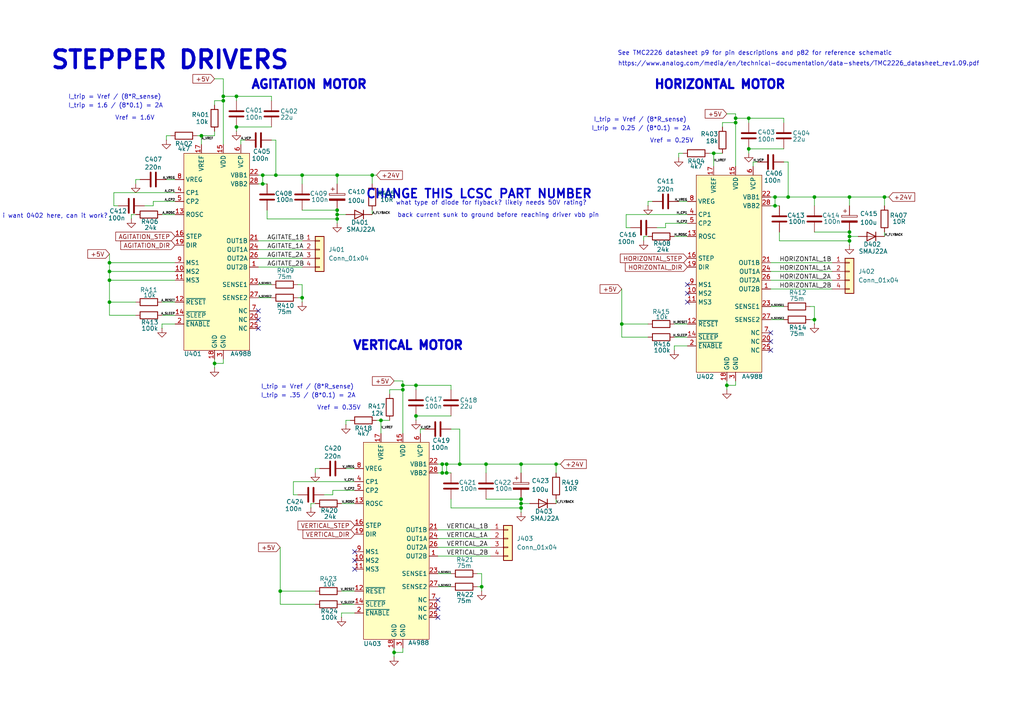
<source format=kicad_sch>
(kicad_sch (version 20250114) (generator "eeschema") (generator_version "9.0")
  (paper "A4")
  (lib_symbols
    (symbol "Connector_Generic:Conn_01x04" (pin_names (offset 1.016) (hide yes))
      (property "Reference" "J" (at 0 5.08 0))
      (property "Value" "Conn_01x04" (at 0 -7.62 0))
      (symbol "Conn_01x04_1_1"
        (pin passive line (at -5.08 2.54 0) (length 3.81) (name "Pin_1") (number "1"))
        (pin passive line (at -5.08 0 0) (length 3.81) (name "Pin_2") (number "2"))
        (pin passive line (at -5.08 -2.54 0) (length 3.81) (name "Pin_3") (number "3"))
        (pin passive line (at -5.08 -5.08 0) (length 3.81) (name "Pin_4") (number "4"))
      )
    )
    (symbol "Device:C" (pin_numbers (hide yes)) (pin_names (offset 0.254))
      (property "Reference" "C" (at 0.635 2.54 0))
      (property "Value" "C" (at 0.635 -2.54 0))
      (symbol "C_1_1"
        (pin passive line (at 0 3.81 270) (length 2.794) (name "~") (number "1"))
        (pin passive line (at 0 -3.81 90) (length 2.794) (name "~") (number "2"))
      )
    )
    (symbol "Device:C_Polarized" (pin_numbers (hide yes)) (pin_names (offset 0.254))
      (property "Reference" "C" (at 0.635 2.54 0))
      (property "Value" "C_Polarized" (at 0.635 -2.54 0))
      (symbol "C_Polarized_1_1"
        (pin passive line (at 0 3.81 270) (length 2.794) (name "~") (number "1"))
        (pin passive line (at 0 -3.81 90) (length 2.794) (name "~") (number "2"))
      )
    )
    (symbol "Device:D" (pin_numbers (hide yes)) (pin_names (offset 1.016) (hide yes))
      (property "Reference" "D" (at 0 2.54 0))
      (property "Value" "D" (at 0 -2.54 0))
      (symbol "D_1_1"
        (pin passive line (at -3.81 0 0) (length 2.54) (name "K") (number "1"))
        (pin passive line (at 3.81 0 180) (length 2.54) (name "A") (number "2"))
      )
    )
    (symbol "Device:R" (pin_numbers (hide yes)) (pin_names (offset 0))
      (property "Reference" "R" (at 2.032 0 90))
      (property "Value" "R" (at 0 0 90))
      (symbol "R_1_1"
        (pin passive line (at 0 3.81 270) (length 1.27) (name "~") (number "1"))
        (pin passive line (at 0 -3.81 90) (length 1.27) (name "~") (number "2"))
      )
    )
    (symbol "a4988_symbol:A4988"
      (property "Reference" "U" (at -7.874 20.066 0))
      (property "Value" "A4988" (at 7.366 -39.37 0))
      (symbol "A4988_1_1"
        (pin passive line (at -11.43 11.43 0) (length 2.54) (name "VREG") (number "8"))
        (pin input line (at -11.43 7.62 0) (length 2.54) (name "CP1") (number "4"))
        (pin input line (at -11.43 5.08 0) (length 2.54) (name "CP2") (number "5"))
        (pin input line (at -11.43 1.27 0) (length 2.54) (name "ROSC") (number "13"))
        (pin input line (at -11.43 -5.08 0) (length 2.54) (name "STEP") (number "16"))
        (pin input line (at -11.43 -7.62 0) (length 2.54) (name "DIR") (number "19"))
        (pin input line (at -11.43 -12.7 0) (length 2.54) (name "MS1") (number "9"))
        (pin input line (at -11.43 -15.24 0) (length 2.54) (name "MS2") (number "10"))
        (pin input line (at -11.43 -17.78 0) (length 2.54) (name "MS3") (number "11"))
        (pin input line (at -11.43 -24.13 0) (length 2.54) (name "~{RESET}") (number "12"))
        (pin input line (at -11.43 -27.94 0) (length 2.54) (name "~{SLEEP}") (number "14"))
        (pin input line (at -11.43 -30.48 0) (length 2.54) (name "~{ENABLE}") (number "2"))
        (pin passive line (at -3.81 21.59 270) (length 2.54) (name "VREF") (number "17"))
        (pin passive line (at 0 -40.64 90) (length 2.54) (name "GND") (number "18"))
        (pin passive line (at 0 -40.64 90) (length 2.54) (hide yes) (name "GND") (number "29"))
        (pin passive line (at 2.54 21.59 270) (length 2.54) (name "VDD") (number "15"))
        (pin passive line (at 2.54 -40.64 90) (length 2.54) (name "GND") (number "3"))
        (pin input line (at 7.62 21.59 270) (length 2.54) (name "VCP") (number "6"))
        (pin input line (at 12.7 12.7 180) (length 2.54) (name "VBB1") (number "22"))
        (pin input line (at 12.7 10.16 180) (length 2.54) (name "VBB2") (number "28"))
        (pin output line (at 12.7 -6.35 180) (length 2.54) (name "OUT1B") (number "21"))
        (pin output line (at 12.7 -8.89 180) (length 2.54) (name "OUT1A") (number "24"))
        (pin output line (at 12.7 -11.43 180) (length 2.54) (name "OUT2A") (number "26"))
        (pin output line (at 12.7 -13.97 180) (length 2.54) (name "OUT2B") (number "1"))
        (pin passive line (at 12.7 -19.05 180) (length 2.54) (name "SENSE1") (number "23"))
        (pin passive line (at 12.7 -22.86 180) (length 2.54) (name "SENSE2") (number "27"))
        (pin passive line (at 12.7 -26.67 180) (length 2.54) (name "NC") (number "7"))
        (pin passive line (at 12.7 -29.21 180) (length 2.54) (name "NC") (number "20"))
        (pin passive line (at 12.7 -31.75 180) (length 2.54) (name "NC") (number "25"))
      )
    )
    (symbol "power:GND" (power) (pin_numbers (hide yes)) (pin_names (offset 0) (hide yes))
      (property "Value" "GND" (at 0 -3.81 0))
      (symbol "GND_1_1"
        (pin power_in line (at 0 0 270) (length 0) (name "~") (number "1"))
      )
    )
  )
  (text "I_trip = 0.25 / (8*0.1) = 2A" (at 185.928 37.338 0) (effects (font (size 1.27 1.27))))
  (text "I_trip = Vref / (8*R_sense)" (at 89.154 112.268 0) (effects (font (size 1.27 1.27))))
  (text "i want 0402 here, can it work?" (at 16.002 62.738 0) (effects (font (size 1.27 1.27))))
  (text "I_trip = Vref / (8*R_sense)" (at 33.274 28.194 0) (effects (font (size 1.27 1.27))))
  (text "Vref = 1.6V" (at 39.116 34.29 0) (effects (font (size 1.27 1.27))))
  (text "I_trip = Vref / (8*R_sense)" (at 185.674 34.798 0) (effects (font (size 1.27 1.27))))
  (text "VERTICAL MOTOR" (at 118.364 100.33 0) (effects (font (size 2.54 2.54) (thickness 1.016) (bold yes))))
  (text "back current sunk to ground before reaching driver vbb pin" (at 144.526 62.484 0) (effects (font (size 1.27 1.27))))
  (text "Vref = 0.35V" (at 98.298 118.364 0) (effects (font (size 1.27 1.27))))
  (text "I_trip = .35 / (8*0.1) = 2A" (at 89.408 114.808 0) (effects (font (size 1.27 1.27))))
  (text "AGITATION MOTOR" (at 89.662 24.638 0) (effects (font (size 2.54 2.54) (thickness 1.016) (bold yes))))
  (text "STEPPER DRIVERS" (at 49.276 17.526 0) (effects (font (size 5.08 5.08) (thickness 1.016) (bold yes))))
  (text "See TMC2226 datasheet p9 for pin descriptions and p82 for reference schematic\n" (at 218.948 15.494 0) (effects (font (size 1.27 1.27))))
  (text "Vref = 0.25V" (at 194.818 40.894 0) (effects (font (size 1.27 1.27))))
  (text "HORIZONTAL MOTOR" (at 208.788 24.638 0) (effects (font (size 2.54 2.54) (thickness 1.016) (bold yes))))
  (text "https://www.analog.com/media/en/technical-documentation/data-sheets/TMC2226_datasheet_rev1.09.pdf" (at 231.648 18.542 0) (effects (font (size 1.27 1.27))))
  (text "I_trip = 1.6 / (8*0.1) = 2A" (at 33.528 30.734 0) (effects (font (size 1.27 1.27))))
  (text "what type of diode for flyback? likely needs 50V rating?" (at 142.494 58.928 0) (effects (font (size 1.27 1.27))))
  (text "CHANGE THIS LCSC PART NUMBER" (at 138.938 56.388 0) (effects (font (size 2.54 2.54) (thickness 0.508) (bold yes))))
  (junction (at 228.6 57.15))
  (junction (at 129.54 134.62))
  (junction (at 180.34 93.98))
  (junction (at 217.17 43.18))
  (junction (at 133.35 134.62))
  (junction (at 62.23 105.41))
  (junction (at 76.2 53.34))
  (junction (at 236.22 57.15))
  (junction (at 110.49 121.92))
  (junction (at 128.27 137.16))
  (junction (at 97.79 50.8))
  (junction (at 68.58 27.94))
  (junction (at 246.38 67.31))
  (junction (at 120.65 120.65))
  (junction (at 217.17 34.29))
  (junction (at 107.95 50.8))
  (junction (at 31.75 81.28))
  (junction (at 64.77 27.94))
  (junction (at 31.75 78.74))
  (junction (at 246.38 57.15))
  (junction (at 58.42 39.37))
  (junction (at 129.54 137.16))
  (junction (at 256.54 57.15))
  (junction (at 68.58 36.83))
  (junction (at 224.79 57.15))
  (junction (at 213.36 34.29))
  (junction (at 97.79 60.96))
  (junction (at 151.13 144.78))
  (junction (at 116.84 113.03))
  (junction (at 140.97 134.62))
  (junction (at 224.79 59.69))
  (junction (at 87.63 86.36))
  (junction (at 139.7 170.18))
  (junction (at 31.75 76.2))
  (junction (at 87.63 50.8))
  (junction (at 76.2 50.8))
  (junction (at 210.82 111.76))
  (junction (at 151.13 134.62))
  (junction (at 80.01 50.8))
  (junction (at 151.13 147.32))
  (junction (at 97.79 62.23))
  (junction (at 97.79 63.5))
  (junction (at 236.22 92.71))
  (junction (at 207.01 44.45))
  (junction (at 120.65 111.76))
  (junction (at 246.38 68.58))
  (junction (at 31.75 87.63))
  (junction (at 246.38 69.85))
  (junction (at 151.13 146.05))
  (junction (at 213.36 35.56))
  (junction (at 128.27 134.62))
  (junction (at 114.3 189.23))
  (junction (at 64.77 29.21))
  (junction (at 116.84 111.76))
  (junction (at 161.29 134.62))
  (junction (at 81.28 171.45))
  (no_connect (at 223.52 96.52))
  (no_connect (at 102.87 162.56))
  (no_connect (at 199.39 87.63))
  (no_connect (at 74.93 90.17))
  (no_connect (at 74.93 92.71))
  (no_connect (at 199.39 82.55))
  (no_connect (at 199.39 85.09))
  (no_connect (at 102.87 160.02))
  (no_connect (at 74.93 95.25))
  (no_connect (at 127 179.07))
  (no_connect (at 102.87 165.1))
  (no_connect (at 127 176.53))
  (no_connect (at 223.52 101.6))
  (no_connect (at 127 173.99))
  (no_connect (at 223.52 99.06))
  (wire (pts (xy 101.6 121.92) (xy 100.33 121.92)))
  (wire (pts (xy 121.92 124.46) (xy 123.19 124.46)))
  (wire (pts (xy 223.52 88.9) (xy 227.33 88.9)))
  (wire (pts (xy 69.85 41.91) (xy 69.85 40.64)))
  (wire (pts (xy 151.13 147.32) (xy 151.13 148.59)))
  (wire (pts (xy 226.06 69.85) (xy 246.38 69.85)))
  (wire (pts (xy 50.8 78.74) (xy 31.75 78.74)))
  (wire (pts (xy 217.17 34.29) (xy 217.17 35.56)))
  (wire (pts (xy 224.79 57.15) (xy 228.6 57.15)))
  (wire (pts (xy 96.52 142.24) (xy 96.52 143.51)))
  (wire (pts (xy 187.96 58.42) (xy 189.23 58.42)))
  (wire (pts (xy 85.09 139.7) (xy 85.09 143.51)))
  (wire (pts (xy 85.09 139.7) (xy 102.87 139.7)))
  (wire (pts (xy 224.79 59.69) (xy 226.06 59.69)))
  (wire (pts (xy 107.95 50.8) (xy 107.95 53.34)))
  (wire (pts (xy 114.3 110.49) (xy 116.84 110.49)))
  (wire (pts (xy 195.58 100.33) (xy 195.58 101.6)))
  (wire (pts (xy 209.55 35.56) (xy 213.36 35.56)))
  (wire (pts (xy 99.06 177.8) (xy 99.06 179.07)))
  (wire (pts (xy 78.74 40.64) (xy 80.01 40.64)))
  (wire (pts (xy 236.22 57.15) (xy 236.22 59.69)))
  (wire (pts (xy 100.33 121.92) (xy 100.33 123.19)))
  (wire (pts (xy 38.1 62.23) (xy 38.1 63.5)))
  (wire (pts (xy 96.52 142.24) (xy 102.87 142.24)))
  (wire (pts (xy 116.84 189.23) (xy 114.3 189.23)))
  (wire (pts (xy 256.54 57.15) (xy 257.81 57.15)))
  (wire (pts (xy 256.54 67.31) (xy 256.54 68.58)))
  (wire (pts (xy 68.58 36.83) (xy 68.58 38.1)))
  (wire (pts (xy 210.82 110.49) (xy 210.82 111.76)))
  (wire (pts (xy 74.93 77.47) (xy 87.63 77.47)))
  (wire (pts (xy 217.17 43.18) (xy 227.33 43.18)))
  (wire (pts (xy 107.95 50.8) (xy 109.22 50.8)))
  (wire (pts (xy 223.52 92.71) (xy 227.33 92.71)))
  (wire (pts (xy 91.44 135.89) (xy 92.71 135.89)))
  (wire (pts (xy 31.75 81.28) (xy 31.75 78.74)))
  (wire (pts (xy 133.35 124.46) (xy 133.35 134.62)))
  (wire (pts (xy 129.54 134.62) (xy 129.54 137.16)))
  (wire (pts (xy 130.81 144.78) (xy 130.81 147.32)))
  (wire (pts (xy 87.63 86.36) (xy 87.63 87.63)))
  (wire (pts (xy 93.98 143.51) (xy 96.52 143.51)))
  (wire (pts (xy 195.58 93.98) (xy 199.39 93.98)))
  (wire (pts (xy 236.22 57.15) (xy 246.38 57.15)))
  (wire (pts (xy 81.28 158.75) (xy 81.28 171.45)))
  (wire (pts (xy 116.84 113.03) (xy 116.84 111.76)))
  (wire (pts (xy 99.06 171.45) (xy 102.87 171.45)))
  (wire (pts (xy 213.36 48.26) (xy 213.36 35.56)))
  (wire (pts (xy 151.13 134.62) (xy 151.13 137.16)))
  (wire (pts (xy 180.34 97.79) (xy 180.34 93.98)))
  (wire (pts (xy 64.77 105.41) (xy 62.23 105.41)))
  (wire (pts (xy 161.29 144.78) (xy 161.29 146.05)))
  (wire (pts (xy 140.97 144.78) (xy 151.13 144.78)))
  (wire (pts (xy 256.54 57.15) (xy 246.38 57.15)))
  (wire (pts (xy 91.44 146.05) (xy 90.17 146.05)))
  (wire (pts (xy 223.52 76.2) (xy 241.3 76.2)))
  (wire (pts (xy 114.3 187.96) (xy 114.3 189.23)))
  (wire (pts (xy 207.01 44.45) (xy 207.01 48.26)))
  (wire (pts (xy 223.52 78.74) (xy 241.3 78.74)))
  (wire (pts (xy 236.22 92.71) (xy 236.22 93.98)))
  (wire (pts (xy 213.36 33.02) (xy 213.36 34.29)))
  (wire (pts (xy 62.23 29.21) (xy 64.77 29.21)))
  (wire (pts (xy 246.38 69.85) (xy 246.38 71.12)))
  (wire (pts (xy 46.99 93.98) (xy 46.99 95.25)))
  (wire (pts (xy 246.38 67.31) (xy 246.38 68.58)))
  (wire (pts (xy 62.23 38.1) (xy 62.23 39.37)))
  (wire (pts (xy 81.28 175.26) (xy 81.28 171.45)))
  (wire (pts (xy 100.33 135.89) (xy 102.87 135.89)))
  (wire (pts (xy 113.03 113.03) (xy 113.03 114.3)))
  (wire (pts (xy 46.99 62.23) (xy 50.8 62.23)))
  (wire (pts (xy 80.01 40.64) (xy 80.01 50.8)))
  (wire (pts (xy 210.82 111.76) (xy 210.82 113.03)))
  (wire (pts (xy 91.44 137.16) (xy 91.44 135.89)))
  (wire (pts (xy 68.58 27.94) (xy 68.58 29.21)))
  (wire (pts (xy 139.7 166.37) (xy 139.7 170.18)))
  (wire (pts (xy 256.54 57.15) (xy 256.54 59.69)))
  (wire (pts (xy 50.8 81.28) (xy 31.75 81.28)))
  (wire (pts (xy 114.3 189.23) (xy 114.3 190.5)))
  (wire (pts (xy 44.45 58.42) (xy 50.8 58.42)))
  (wire (pts (xy 205.74 44.45) (xy 207.01 44.45)))
  (wire (pts (xy 64.77 22.86) (xy 64.77 27.94)))
  (wire (pts (xy 62.23 104.14) (xy 62.23 105.41)))
  (wire (pts (xy 113.03 121.92) (xy 110.49 121.92)))
  (wire (pts (xy 50.8 76.2) (xy 31.75 76.2)))
  (wire (pts (xy 193.04 64.77) (xy 193.04 66.04)))
  (wire (pts (xy 121.92 125.73) (xy 121.92 124.46)))
  (wire (pts (xy 85.09 143.51) (xy 86.36 143.51)))
  (wire (pts (xy 116.84 111.76) (xy 120.65 111.76)))
  (wire (pts (xy 64.77 27.94) (xy 64.77 29.21)))
  (wire (pts (xy 228.6 46.99) (xy 228.6 57.15)))
  (wire (pts (xy 234.95 92.71) (xy 236.22 92.71)))
  (wire (pts (xy 223.52 59.69) (xy 224.79 59.69)))
  (wire (pts (xy 234.95 88.9) (xy 236.22 88.9)))
  (wire (pts (xy 86.36 86.36) (xy 87.63 86.36)))
  (wire (pts (xy 39.37 52.07) (xy 40.64 52.07)))
  (wire (pts (xy 120.65 111.76) (xy 120.65 113.03)))
  (wire (pts (xy 97.79 62.23) (xy 97.79 63.5)))
  (wire (pts (xy 109.22 121.92) (xy 110.49 121.92)))
  (wire (pts (xy 224.79 57.15) (xy 224.79 59.69)))
  (wire (pts (xy 127 156.21) (xy 142.24 156.21)))
  (wire (pts (xy 31.75 78.74) (xy 31.75 76.2)))
  (wire (pts (xy 33.02 55.88) (xy 50.8 55.88)))
  (wire (pts (xy 128.27 134.62) (xy 127 134.62)))
  (wire (pts (xy 128.27 137.16) (xy 129.54 137.16)))
  (wire (pts (xy 39.37 62.23) (xy 38.1 62.23)))
  (wire (pts (xy 64.77 29.21) (xy 64.77 41.91)))
  (wire (pts (xy 76.2 53.34) (xy 77.47 53.34)))
  (wire (pts (xy 186.69 68.58) (xy 186.69 69.85)))
  (wire (pts (xy 62.23 105.41) (xy 62.23 106.68)))
  (wire (pts (xy 46.99 91.44) (xy 50.8 91.44)))
  (wire (pts (xy 64.77 27.94) (xy 68.58 27.94)))
  (wire (pts (xy 107.95 50.8) (xy 97.79 50.8)))
  (wire (pts (xy 80.01 50.8) (xy 87.63 50.8)))
  (wire (pts (xy 180.34 83.82) (xy 180.34 93.98)))
  (wire (pts (xy 74.93 72.39) (xy 87.63 72.39)))
  (wire (pts (xy 138.43 170.18) (xy 139.7 170.18)))
  (wire (pts (xy 81.28 171.45) (xy 91.44 171.45)))
  (wire (pts (xy 209.55 44.45) (xy 207.01 44.45)))
  (wire (pts (xy 46.99 93.98) (xy 50.8 93.98)))
  (wire (pts (xy 196.85 44.45) (xy 196.85 45.72)))
  (wire (pts (xy 39.37 53.34) (xy 39.37 52.07)))
  (wire (pts (xy 69.85 40.64) (xy 71.12 40.64)))
  (wire (pts (xy 226.06 67.31) (xy 226.06 69.85)))
  (wire (pts (xy 224.79 57.15) (xy 223.52 57.15)))
  (wire (pts (xy 130.81 111.76) (xy 130.81 113.03)))
  (wire (pts (xy 130.81 147.32) (xy 151.13 147.32)))
  (wire (pts (xy 127 158.75) (xy 142.24 158.75)))
  (wire (pts (xy 31.75 87.63) (xy 31.75 81.28)))
  (wire (pts (xy 127 161.29) (xy 142.24 161.29)))
  (wire (pts (xy 127 153.67) (xy 142.24 153.67)))
  (wire (pts (xy 181.61 66.04) (xy 182.88 66.04)))
  (wire (pts (xy 97.79 60.96) (xy 97.79 62.23)))
  (wire (pts (xy 151.13 144.78) (xy 151.13 146.05)))
  (wire (pts (xy 58.42 39.37) (xy 58.42 41.91)))
  (wire (pts (xy 138.43 166.37) (xy 139.7 166.37)))
  (wire (pts (xy 33.02 59.69) (xy 34.29 59.69)))
  (wire (pts (xy 116.84 110.49) (xy 116.84 111.76)))
  (wire (pts (xy 213.36 111.76) (xy 210.82 111.76)))
  (wire (pts (xy 180.34 97.79) (xy 187.96 97.79)))
  (wire (pts (xy 217.17 34.29) (xy 227.33 34.29)))
  (wire (pts (xy 33.02 55.88) (xy 33.02 59.69)))
  (wire (pts (xy 127 170.18) (xy 130.81 170.18)))
  (wire (pts (xy 161.29 134.62) (xy 161.29 137.16)))
  (wire (pts (xy 161.29 134.62) (xy 151.13 134.62)))
  (wire (pts (xy 81.28 175.26) (xy 91.44 175.26)))
  (wire (pts (xy 116.84 125.73) (xy 116.84 113.03)))
  (wire (pts (xy 76.2 50.8) (xy 80.01 50.8)))
  (wire (pts (xy 48.26 52.07) (xy 50.8 52.07)))
  (wire (pts (xy 78.74 27.94) (xy 78.74 29.21)))
  (wire (pts (xy 90.17 146.05) (xy 90.17 147.32)))
  (wire (pts (xy 151.13 146.05) (xy 153.67 146.05)))
  (wire (pts (xy 62.23 22.86) (xy 64.77 22.86)))
  (wire (pts (xy 46.99 87.63) (xy 50.8 87.63)))
  (wire (pts (xy 181.61 62.23) (xy 181.61 66.04)))
  (wire (pts (xy 227.33 34.29) (xy 227.33 35.56)))
  (wire (pts (xy 140.97 134.62) (xy 151.13 134.62)))
  (wire (pts (xy 87.63 60.96) (xy 97.79 60.96)))
  (wire (pts (xy 120.65 111.76) (xy 130.81 111.76)))
  (wire (pts (xy 120.65 120.65) (xy 120.65 121.92)))
  (wire (pts (xy 120.65 120.65) (xy 130.81 120.65)))
  (wire (pts (xy 140.97 134.62) (xy 140.97 137.16)))
  (wire (pts (xy 41.91 59.69) (xy 44.45 59.69)))
  (wire (pts (xy 99.06 175.26) (xy 102.87 175.26)))
  (wire (pts (xy 77.47 63.5) (xy 97.79 63.5)))
  (wire (pts (xy 77.47 60.96) (xy 77.47 63.5)))
  (wire (pts (xy 129.54 137.16) (xy 130.81 137.16)))
  (wire (pts (xy 110.49 121.92) (xy 110.49 125.73)))
  (wire (pts (xy 151.13 146.05) (xy 151.13 147.32)))
  (wire (pts (xy 127 166.37) (xy 130.81 166.37)))
  (wire (pts (xy 196.85 58.42) (xy 199.39 58.42)))
  (wire (pts (xy 198.12 44.45) (xy 196.85 44.45)))
  (wire (pts (xy 76.2 50.8) (xy 76.2 53.34)))
  (wire (pts (xy 31.75 91.44) (xy 31.75 87.63)))
  (wire (pts (xy 223.52 83.82) (xy 241.3 83.82)))
  (wire (pts (xy 218.44 48.26) (xy 218.44 46.99)))
  (wire (pts (xy 213.36 34.29) (xy 217.17 34.29)))
  (wire (pts (xy 187.96 68.58) (xy 186.69 68.58)))
  (wire (pts (xy 217.17 43.18) (xy 217.17 44.45)))
  (wire (pts (xy 99.06 177.8) (xy 102.87 177.8)))
  (wire (pts (xy 87.63 82.55) (xy 87.63 86.36)))
  (wire (pts (xy 180.34 93.98) (xy 187.96 93.98)))
  (wire (pts (xy 99.06 146.05) (xy 102.87 146.05)))
  (wire (pts (xy 31.75 91.44) (xy 39.37 91.44)))
  (wire (pts (xy 161.29 134.62) (xy 162.56 134.62)))
  (wire (pts (xy 130.81 124.46) (xy 133.35 124.46)))
  (wire (pts (xy 195.58 100.33) (xy 199.39 100.33)))
  (wire (pts (xy 74.93 69.85) (xy 87.63 69.85)))
  (wire (pts (xy 74.93 86.36) (xy 78.74 86.36)))
  (wire (pts (xy 127 137.16) (xy 128.27 137.16)))
  (wire (pts (xy 195.58 97.79) (xy 199.39 97.79)))
  (wire (pts (xy 113.03 113.03) (xy 116.84 113.03)))
  (wire (pts (xy 187.96 59.69) (xy 187.96 58.42)))
  (wire (pts (xy 49.53 39.37) (xy 48.26 39.37)))
  (wire (pts (xy 107.95 60.96) (xy 107.95 62.23)))
  (wire (pts (xy 236.22 88.9) (xy 236.22 92.71)))
  (wire (pts (xy 116.84 187.96) (xy 116.84 189.23)))
  (wire (pts (xy 129.54 134.62) (xy 128.27 134.62)))
  (wire (pts (xy 139.7 170.18) (xy 139.7 171.45)))
  (wire (pts (xy 62.23 30.48) (xy 62.23 29.21)))
  (wire (pts (xy 68.58 27.94) (xy 78.74 27.94)))
  (wire (pts (xy 218.44 46.99) (xy 219.71 46.99)))
  (wire (pts (xy 195.58 68.58) (xy 199.39 68.58)))
  (wire (pts (xy 64.77 104.14) (xy 64.77 105.41)))
  (wire (pts (xy 97.79 63.5) (xy 97.79 64.77)))
  (wire (pts (xy 68.58 36.83) (xy 78.74 36.83)))
  (wire (pts (xy 193.04 64.77) (xy 199.39 64.77)))
  (wire (pts (xy 236.22 67.31) (xy 246.38 67.31)))
  (wire (pts (xy 210.82 33.02) (xy 213.36 33.02)))
  (wire (pts (xy 31.75 73.66) (xy 31.75 76.2)))
  (wire (pts (xy 87.63 50.8) (xy 97.79 50.8)))
  (wire (pts (xy 97.79 62.23) (xy 100.33 62.23)))
  (wire (pts (xy 246.38 68.58) (xy 248.92 68.58)))
  (wire (pts (xy 209.55 35.56) (xy 209.55 36.83)))
  (wire (pts (xy 58.42 39.37) (xy 62.23 39.37)))
  (wire (pts (xy 97.79 50.8) (xy 97.79 53.34)))
  (wire (pts (xy 74.93 82.55) (xy 78.74 82.55)))
  (wire (pts (xy 74.93 53.34) (xy 76.2 53.34)))
  (wire (pts (xy 86.36 82.55) (xy 87.63 82.55)))
  (wire (pts (xy 223.52 81.28) (xy 241.3 81.28)))
  (wire (pts (xy 246.38 57.15) (xy 246.38 59.69)))
  (wire (pts (xy 74.93 74.93) (xy 87.63 74.93)))
  (wire (pts (xy 48.26 39.37) (xy 48.26 40.64)))
  (wire (pts (xy 31.75 87.63) (xy 39.37 87.63)))
  (wire (pts (xy 181.61 62.23) (xy 199.39 62.23)))
  (wire (pts (xy 133.35 134.62) (xy 140.97 134.62)))
  (wire (pts (xy 246.38 68.58) (xy 246.38 69.85)))
  (wire (pts (xy 76.2 50.8) (xy 74.93 50.8)))
  (wire (pts (xy 227.33 46.99) (xy 228.6 46.99)))
  (wire (pts (xy 213.36 35.56) (xy 213.36 34.29)))
  (wire (pts (xy 228.6 57.15) (xy 236.22 57.15)))
  (wire (pts (xy 190.5 66.04) (xy 193.04 66.04)))
  (wire (pts (xy 213.36 110.49) (xy 213.36 111.76)))
  (wire (pts (xy 129.54 134.62) (xy 133.35 134.62)))
  (wire (pts (xy 57.15 39.37) (xy 58.42 39.37)))
  (wire (pts (xy 87.63 50.8) (xy 87.63 53.34)))
  (wire (pts (xy 44.45 58.42) (xy 44.45 59.69)))
  (wire (pts (xy 128.27 134.62) (xy 128.27 137.16)))
  (label "V_CP2" (at 102.87 142.24 180) (effects (font (size 0.635 0.635))))
  (label "H_RESET" (at 199.39 93.98 180) (effects (font (size 0.635 0.635))))
  (label "AGITATE_2B" (at 77.47 77.47 0))
  (label "VERTICAL_2A" (at 129.54 158.75 0))
  (label "HORIZONTAL_1B" (at 226.06 76.2 0))
  (label "AGITATE_1A" (at 77.47 72.39 0))
  (label "V_RESET" (at 102.87 171.45 180) (effects (font (size 0.635 0.635))))
  (label "H_SENSE2" (at 223.52 92.71 0) (effects (font (size 0.508 0.508))))
  (label "H_SLEEP" (at 199.39 97.79 180) (effects (font (size 0.635 0.635))))
  (label "A_SENSE2" (at 74.93 86.36 0) (effects (font (size 0.508 0.508))))
  (label "V_VCP" (at 121.92 124.46 0) (effects (font (size 0.635 0.635))))
  (label "V_FLYBACK" (at 161.29 146.05 0) (effects (font (size 0.635 0.635))))
  (label "A_CP1" (at 50.8 55.88 180) (effects (font (size 0.635 0.635))))
  (label "HORIZONTAL_2B" (at 226.06 83.82 0))
  (label "H_CP1" (at 199.39 62.23 180) (effects (font (size 0.635 0.635))))
  (label "H_VREG" (at 199.39 58.42 180) (effects (font (size 0.635 0.635))))
  (label "A_SENSE1" (at 74.93 82.55 0) (effects (font (size 0.508 0.508))))
  (label "VERTICAL_1A" (at 129.54 156.21 0))
  (label "A_RESET" (at 50.8 87.63 180) (effects (font (size 0.635 0.635))))
  (label "V_ROSC" (at 102.87 146.05 180) (effects (font (size 0.635 0.635))))
  (label "V_SENSE1" (at 127 166.37 0) (effects (font (size 0.508 0.508))))
  (label "AGITATE_2A" (at 77.47 74.93 0))
  (label "V_VREG" (at 102.87 135.89 180) (effects (font (size 0.635 0.635))))
  (label "H_CP2" (at 199.39 64.77 180) (effects (font (size 0.635 0.635))))
  (label "A_VREG" (at 50.8 52.07 180) (effects (font (size 0.635 0.635))))
  (label "V_VREF" (at 110.49 124.46 0) (effects (font (size 0.635 0.635))))
  (label "A_SLEEP" (at 50.8 91.44 180) (effects (font (size 0.635 0.635))))
  (label "VERTICAL_1B" (at 129.54 153.67 0))
  (label "VERTICAL_2B" (at 129.54 161.29 0))
  (label "A_ROSC" (at 50.8 62.23 180) (effects (font (size 0.635 0.635))))
  (label "A_VREF" (at 58.42 40.64 0) (effects (font (size 0.635 0.635))))
  (label "HORIZONTAL_2A" (at 226.06 81.28 0))
  (label "V_CP1" (at 102.87 139.7 180) (effects (font (size 0.635 0.635))))
  (label "A_VCP" (at 69.85 40.64 0) (effects (font (size 0.635 0.635))))
  (label "AGITATE_1B" (at 77.47 69.85 0))
  (label "A_CP2" (at 50.8 58.42 180) (effects (font (size 0.635 0.635))))
  (label "A_FLYBACK" (at 107.95 62.23 0) (effects (font (size 0.635 0.635))))
  (label "H_VCP" (at 218.44 46.99 0) (effects (font (size 0.635 0.635))))
  (label "V_SLEEP" (at 102.87 175.26 180) (effects (font (size 0.635 0.635))))
  (label "H_VREF" (at 207.01 46.99 0) (effects (font (size 0.635 0.635))))
  (label "HORIZONTAL_1A" (at 226.06 78.74 0))
  (label "H_ROSC" (at 199.39 68.58 180) (effects (font (size 0.635 0.635))))
  (label "V_SENSE2" (at 127 170.18 0) (effects (font (size 0.508 0.508))))
  (label "H_FLYBACK" (at 256.54 68.58 0) (effects (font (size 0.635 0.635))))
  (label "H_SENSE1" (at 223.52 88.9 0) (effects (font (size 0.508 0.508))))
  (global_label "+5V" (shape input) (at 180.34 83.82 180) (property "Intersheetrefs" "${INTERSHEET_REFS}" (effects (hide yes))))
  (global_label "+24V" (shape input) (at 109.22 50.8 0) (property "Intersheetrefs" "${INTERSHEET_REFS}" (effects (hide yes))))
  (global_label "VERTICAL_DIR" (shape input) (at 102.87 154.94 180) (property "Intersheetrefs" "${INTERSHEET_REFS}" (effects (hide yes))))
  (global_label "+5V" (shape input) (at 114.3 110.49 180) (property "Intersheetrefs" "${INTERSHEET_REFS}" (effects (hide yes))))
  (global_label "+24V" (shape input) (at 257.81 57.15 0) (property "Intersheetrefs" "${INTERSHEET_REFS}" (effects (hide yes))))
  (global_label "AGITATION_STEP" (shape input) (at 50.8 68.58 180) (property "Intersheetrefs" "${INTERSHEET_REFS}" (effects (hide yes))))
  (global_label "+5V" (shape input) (at 210.82 33.02 180) (property "Intersheetrefs" "${INTERSHEET_REFS}" (effects (hide yes))))
  (global_label "HORIZONTAL_DIR" (shape input) (at 199.39 77.47 180) (property "Intersheetrefs" "${INTERSHEET_REFS}" (effects (hide yes))))
  (global_label "+5V" (shape input) (at 62.23 22.86 180) (property "Intersheetrefs" "${INTERSHEET_REFS}" (effects (hide yes))))
  (global_label "AGITATION_DIR" (shape input) (at 50.8 71.12 180) (property "Intersheetrefs" "${INTERSHEET_REFS}" (effects (hide yes))))
  (global_label "VERTICAL_STEP" (shape input) (at 102.87 152.4 180) (property "Intersheetrefs" "${INTERSHEET_REFS}" (effects (hide yes))))
  (global_label "+5V" (shape input) (at 31.75 73.66 180) (property "Intersheetrefs" "${INTERSHEET_REFS}" (effects (hide yes))))
  (global_label "+24V" (shape input) (at 162.56 134.62 0) (property "Intersheetrefs" "${INTERSHEET_REFS}" (effects (hide yes))))
  (global_label "HORIZONTAL_STEP" (shape input) (at 199.39 74.93 180) (property "Intersheetrefs" "${INTERSHEET_REFS}" (effects (hide yes))))
  (global_label "+5V" (shape input) (at 81.28 158.75 180) (property "Intersheetrefs" "${INTERSHEET_REFS}" (effects (hide yes))))
  (symbol (lib_id "power:GND") (at 196.85 45.72 0) (unit 1)
    (property "Reference" "#PWR0404" (effects (hide yes)))
    (property "Value" "GND" (effects (hide yes)))
    (property "Description" "Power symbol creates a global label with name \"GND\" , ground" (effects (hide yes)))
  )
  (symbol (lib_id "power:GND") (at 186.69 69.85 0) (unit 1)
    (property "Reference" "#PWR0409" (effects (hide yes)))
    (property "Value" "GND" (effects (hide yes)))
    (property "Description" "Power symbol creates a global label with name \"GND\" , ground" (effects (hide yes)))
  )
  (symbol (lib_id "Device:R") (at 43.18 87.63 90) (unit 1)
    (property "Reference" "R411" (at 45.72 84.074 90) (effects (justify left)))
    (property "Value" "10k" (at 45.212 85.598 90) (effects (justify left)))
    (property "Footprint" "Resistor_SMD:R_0603_1608Metric" (effects (hide yes)))
    (property "Description" "Resistor" (effects (hide yes)))
    (property "Manufacturer" "UNI-ROYAL(Uniroyal Elec)" (effects (hide yes)))
    (property "MPN" "0603WAF1002T5E" (effects (hide yes)))
    (property "LCSC Part Number" "C25804" (effects (hide yes)))
  )
  (symbol (lib_id "Device:R") (at 191.77 97.79 90) (unit 1)
    (property "Reference" "R416" (at 192.024 99.822 90))
    (property "Value" "100k" (at 192.024 101.6 90))
    (property "Footprint" "Resistor_SMD:R_0603_1608Metric" (effects (hide yes)))
    (property "Description" "Resistor" (effects (hide yes)))
    (property "Manufacturer" "UNI-ROYAL(Uniroyal Elec)" (effects (hide yes)))
    (property "MPN" "0603WAF1003T5E" (effects (hide yes)))
    (property "LCSC Part Number" "C25803" (effects (hide yes)))
  )
  (symbol (lib_id "power:GND") (at 97.79 64.77 0) (unit 1)
    (property "Reference" "#PWR0408" (effects (hide yes)))
    (property "Value" "GND" (effects (hide yes)))
    (property "Description" "Power symbol creates a global label with name \"GND\" , ground" (effects (hide yes)))
  )
  (symbol (lib_id "Device:C") (at 193.04 58.42 270) (unit 1)
    (property "Reference" "C411" (at 190.5 52.578 90) (effects (justify left)))
    (property "Value" "220n" (at 190.5 54.864 90) (effects (justify left)))
    (property "Footprint" "Capacitor_SMD:C_0805_2012Metric" (effects (hide yes)))
    (property "Description" "Unpolarized capacitor" (effects (hide yes)))
    (property "Manufacturer" "Samsung Electro-Mechanics" (effects (hide yes)))
    (property "MPN" "CL21B224KBFNNNE" (effects (hide yes)))
    (property "LCSC Part Number" "C5378" (effects (hide yes)))
  )
  (symbol (lib_id "power:GND") (at 62.23 106.68 0) (unit 1)
    (property "Reference" "#PWR0415" (effects (hide yes)))
    (property "Value" "GND" (effects (hide yes)))
    (property "Description" "Power symbol creates a global label with name \"GND\" , ground" (effects (hide yes)))
  )
  (symbol (lib_id "a4988_symbol:A4988") (at 114.3 147.32 0) (unit 1)
    (property "Reference" "U403" (at 105.41 186.69 0) (effects (justify left)))
    (property "Value" "A4988" (at 118.364 186.436 0) (effects (justify left)))
    (property "Footprint" "Package_DFN_QFN:QFN-28-1EP_5x5mm_P0.5mm_EP3.25x3.25mm_ThermalVias" (effects (hide yes)))
    (property "Datasheet" "kicad-embed://A4988-Datasheet.pdf" (effects (hide yes)))
    (property "Manufacturer" "Allegro MicroSystems, LLC" (effects (hide yes)))
    (property "MPN" "A4988SETTR-T" (effects (hide yes)))
    (property "LCSC Part Number" "C38437" (effects (hide yes)))
  )
  (symbol (lib_id "Device:R") (at 95.25 171.45 90) (unit 1)
    (property "Reference" "R423" (at 97.79 167.894 90) (effects (justify left)))
    (property "Value" "10k" (at 97.282 169.418 90) (effects (justify left)))
    (property "Footprint" "Resistor_SMD:R_0603_1608Metric" (effects (hide yes)))
    (property "Description" "Resistor" (effects (hide yes)))
    (property "Manufacturer" "UNI-ROYAL(Uniroyal Elec)" (effects (hide yes)))
    (property "MPN" "0603WAF1002T5E" (effects (hide yes)))
    (property "LCSC Part Number" "C25804" (effects (hide yes)))
  )
  (symbol (lib_id "power:GND") (at 246.38 71.12 0) (unit 1)
    (property "Reference" "#PWR0410" (effects (hide yes)))
    (property "Value" "GND" (effects (hide yes)))
    (property "Description" "Power symbol creates a global label with name \"GND\" , ground" (effects (hide yes)))
  )
  (symbol (lib_id "power:GND") (at 210.82 113.03 0) (unit 1)
    (property "Reference" "#PWR0416" (effects (hide yes)))
    (property "Value" "GND" (effects (hide yes)))
    (property "Description" "Power symbol creates a global label with name \"GND\" , ground" (effects (hide yes)))
  )
  (symbol (lib_id "power:GND") (at 39.37 53.34 0) (unit 1)
    (property "Reference" "#PWR0405" (effects (hide yes)))
    (property "Value" "GND" (effects (hide yes)))
    (property "Description" "Power symbol creates a global label with name \"GND\" , ground" (effects (hide yes)))
  )
  (symbol (lib_id "power:GND") (at 91.44 137.16 0) (unit 1)
    (property "Reference" "#PWR0419" (effects (hide yes)))
    (property "Value" "GND" (effects (hide yes)))
    (property "Description" "Power symbol creates a global label with name \"GND\" , ground" (effects (hide yes)))
  )
  (symbol (lib_id "Device:R") (at 113.03 118.11 180) (unit 1)
    (property "Reference" "R417" (at 109.22 117.856 0))
    (property "Value" "12k" (at 109.474 119.888 0))
    (property "Footprint" "Resistor_SMD:R_0603_1608Metric" (effects (hide yes)))
    (property "Description" "Resistor" (effects (hide yes)))
    (property "Manufacturer" "UNI-ROYAL(Uniroyal Elec)" (effects (hide yes)))
    (property "MPN" "0603WAF1202T5E" (effects (hide yes)))
    (property "LCSC Part Number" "C22790" (effects (hide yes)))
  )
  (symbol (lib_id "Device:C") (at 74.93 40.64 90) (unit 1)
    (property "Reference" "C405" (at 78.486 43.942 90) (effects (justify left)))
    (property "Value" "100n" (at 77.978 45.974 90) (effects (justify left)))
    (property "Footprint" "Capacitor_SMD:C_0603_1608Metric" (effects (hide yes)))
    (property "Description" "Unpolarized capacitor" (effects (hide yes)))
    (property "Manufacturer" "YAGEO" (effects (hide yes)))
    (property "MPN" "CC0603KRX7R9BB104" (effects (hide yes)))
    (property "LCSC Part Number" "C14663" (effects (hide yes)))
  )
  (symbol (lib_id "Device:R") (at 209.55 40.64 0) (unit 1)
    (property "Reference" "R403" (at 205.74 38.862 0))
    (property "Value" "18k" (at 206.502 40.894 0))
    (property "Footprint" "Resistor_SMD:R_0603_1608Metric" (effects (hide yes)))
    (property "Description" "Resistor" (effects (hide yes)))
    (property "Manufacturer" "UNI-ROYAL(Uniroyal Elec)" (effects (hide yes)))
    (property "MPN" "0603WAF1802T5E" (effects (hide yes)))
    (property "LCSC Part Number" "C25810" (effects (hide yes)))
  )
  (symbol (lib_id "power:GND") (at 236.22 93.98 0) (unit 1)
    (property "Reference" "#PWR0412" (effects (hide yes)))
    (property "Value" "GND" (effects (hide yes)))
    (property "Description" "Power symbol creates a global label with name \"GND\" , ground" (effects (hide yes)))
  )
  (symbol (lib_id "Device:R") (at 231.14 88.9 90) (unit 1)
    (property "Reference" "R412" (at 231.394 84.836 90))
    (property "Value" "75m" (at 231.14 86.614 90))
    (property "Footprint" "Resistor_SMD:R_1206_3216Metric" (effects (hide yes)))
    (property "Description" "Resistor" (effects (hide yes)))
    (property "Manufacturer" "Ever Ohms Tech" (effects (hide yes)))
    (property "MPN" "CR1206FR075P05R" (effects (hide yes)))
    (property "LCSC Part Number" "C149663" (effects (hide yes)))
  )
  (symbol (lib_id "Device:C") (at 38.1 59.69 90) (unit 1)
    (property "Reference" "C412" (at 36.83 61.214 90) (effects (justify left)))
    (property "Value" "100n" (at 36.322 63.246 90) (effects (justify left)))
    (property "Footprint" "Capacitor_SMD:C_0603_1608Metric" (effects (hide yes)))
    (property "Description" "Unpolarized capacitor" (effects (hide yes)))
    (property "Manufacturer" "YAGEO" (effects (hide yes)))
    (property "MPN" "CC0603KRX7R9BB104" (effects (hide yes)))
    (property "LCSC Part Number" "C14663" (effects (hide yes)))
  )
  (symbol (lib_id "Device:C") (at 127 124.46 90) (unit 1)
    (property "Reference" "C419" (at 130.556 127.762 90) (effects (justify left)))
    (property "Value" "100n" (at 130.048 129.794 90) (effects (justify left)))
    (property "Footprint" "Capacitor_SMD:C_0603_1608Metric" (effects (hide yes)))
    (property "Description" "Unpolarized capacitor" (effects (hide yes)))
    (property "Manufacturer" "YAGEO" (effects (hide yes)))
    (property "MPN" "CC0603KRX7R9BB104" (effects (hide yes)))
    (property "LCSC Part Number" "C14663" (effects (hide yes)))
  )
  (symbol (lib_id "Device:C") (at 140.97 140.97 180) (unit 1)
    (property "Reference" "C422" (at 148.336 139.954 0) (effects (justify left)))
    (property "Value" "100n" (at 148.59 141.732 0) (effects (justify left)))
    (property "Footprint" "Capacitor_SMD:C_0603_1608Metric" (effects (hide yes)))
    (property "Description" "Unpolarized capacitor" (effects (hide yes)))
    (property "Manufacturer" "YAGEO" (effects (hide yes)))
    (property "MPN" "CC0603KRX7R9BB104" (effects (hide yes)))
    (property "LCSC Part Number" "C14663" (effects (hide yes)))
  )
  (symbol (lib_id "Device:R") (at 201.93 44.45 270) (unit 1)
    (property "Reference" "R404" (at 201.93 46.736 90))
    (property "Value" "4k7" (at 201.93 48.26 90))
    (property "Footprint" "Resistor_SMD:R_0603_1608Metric" (effects (hide yes)))
    (property "Description" "Resistor" (effects (hide yes)))
    (property "Manufacturer" "UNI-ROYAL(Uniroyal Elec)" (effects (hide yes)))
    (property "MPN" "0603WAF4701T5E" (effects (hide yes)))
    (property "LCSC Part Number" "C23162" (effects (hide yes)))
  )
  (symbol (lib_id "power:GND") (at 90.17 147.32 0) (unit 1)
    (property "Reference" "#PWR0420" (effects (hide yes)))
    (property "Value" "GND" (effects (hide yes)))
    (property "Description" "Power symbol creates a global label with name \"GND\" , ground" (effects (hide yes)))
  )
  (symbol (lib_id "Device:C") (at 130.81 116.84 0) (unit 1)
    (property "Reference" "C418" (at 133.35 116.078 0) (effects (justify left)))
    (property "Value" "22u" (at 133.35 117.856 0) (effects (justify left)))
    (property "Footprint" "Capacitor_SMD:C_0603_1608Metric" (effects (hide yes)))
    (property "Description" "Unpolarized capacitor" (effects (hide yes)))
    (property "Manufacturer" "Samsung Electro-Mechanics" (effects (hide yes)))
    (property "MPN" "CL21A226MAQNNNE" (effects (hide yes)))
    (property "LCSC Part Number" "C45783" (effects (hide yes)))
  )
  (symbol (lib_id "Device:R") (at 62.23 34.29 180) (unit 1)
    (property "Reference" "R401" (at 60.706 33.274 0) (effects (justify left)))
    (property "Value" "10k" (at 60.452 35.306 0) (effects (justify left)))
    (property "Footprint" "Resistor_SMD:R_0603_1608Metric" (effects (hide yes)))
    (property "Description" "Resistor" (effects (hide yes)))
    (property "Manufacturer" "UNI-ROYAL(Uniroyal Elec)" (effects (hide yes)))
    (property "MPN" "0603WAF1002T5E" (effects (hide yes)))
    (property "LCSC Part Number" "C25804" (effects (hide yes)))
  )
  (symbol (lib_id "Device:C_Polarized") (at 97.79 57.15 0) (unit 1)
    (property "Reference" "C410" (at 100.838 55.626 0) (effects (justify left)))
    (property "Value" "100u" (at 100.838 58.166 0) (effects (justify left)))
    (property "Footprint" "Capacitor_SMD:CP_Elec_6.3x7.7" (effects (hide yes)))
    (property "Description" "Polarized capacitor" (effects (hide yes)))
    (property "Manufacturer" "Honor Elec" (effects (hide yes)))
    (property "MPN" "RVT1V101M0607" (effects (hide yes)))
    (property "LCSC Part Number" "C3339" (effects (hide yes)))
  )
  (symbol (lib_id "Device:D") (at 104.14 62.23 180) (unit 1)
    (property "Reference" "D401" (at 104.394 64.516 0))
    (property "Value" "SMAJ22A" (at 104.648 66.548 0))
    (property "Footprint" "Diode_SMD:D_SMA" (effects (hide yes)))
    (property "Description" "Diode" (effects (hide yes)))
    (property "Sim.Device" "D" (effects (hide yes)))
    (property "Sim.Pins" "1=K 2=A" (effects (hide yes)))
    (property "Manufacturer" "Littelfuse" (effects (hide yes)))
    (property "MPN" "SMAJ22A" (effects (hide yes)))
    (property "LCSC Part Number" "C148220" (effects (hide yes)))
  )
  (symbol (lib_id "Device:C") (at 120.65 116.84 180) (unit 1)
    (property "Reference" "C417" (at 125.73 115.824 0))
    (property "Value" "100n" (at 125.73 117.856 0))
    (property "Footprint" "Capacitor_SMD:C_0402_1005Metric" (effects (hide yes)))
    (property "Description" "Unpolarized capacitor" (effects (hide yes)))
    (property "Manufacturer" "Samsung Electro-Mechanics" (effects (hide yes)))
    (property "MPN" "CL05B104KO5NNNC" (effects (hide yes)))
    (property "LCSC Part Number" "C1525" (effects (hide yes)))
  )
  (symbol (lib_id "power:GND") (at 48.26 40.64 0) (unit 1)
    (property "Reference" "#PWR0402" (effects (hide yes)))
    (property "Value" "GND" (effects (hide yes)))
    (property "Description" "Power symbol creates a global label with name \"GND\" , ground" (effects (hide yes)))
  )
  (symbol (lib_id "power:GND") (at 139.7 171.45 0) (unit 1)
    (property "Reference" "#PWR0422" (effects (hide yes)))
    (property "Value" "GND" (effects (hide yes)))
    (property "Description" "Power symbol creates a global label with name \"GND\" , ground" (effects (hide yes)))
  )
  (symbol (lib_id "Device:R") (at 43.18 91.44 90) (unit 1)
    (property "Reference" "R413" (at 43.434 93.472 90))
    (property "Value" "100k" (at 43.434 95.25 90))
    (property "Footprint" "Resistor_SMD:R_0603_1608Metric" (effects (hide yes)))
    (property "Description" "Resistor" (effects (hide yes)))
    (property "Manufacturer" "UNI-ROYAL(Uniroyal Elec)" (effects (hide yes)))
    (property "MPN" "0603WAF1003T5E" (effects (hide yes)))
    (property "LCSC Part Number" "C25803" (effects (hide yes)))
  )
  (symbol (lib_id "power:GND") (at 195.58 101.6 0) (unit 1)
    (property "Reference" "#PWR0414" (effects (hide yes)))
    (property "Value" "GND" (effects (hide yes)))
    (property "Description" "Power symbol creates a global label with name \"GND\" , ground" (effects (hide yes)))
  )
  (symbol (lib_id "Device:C") (at 227.33 39.37 0) (unit 1)
    (property "Reference" "C404" (at 229.87 38.608 0) (effects (justify left)))
    (property "Value" "22u" (at 229.87 40.386 0) (effects (justify left)))
    (property "Footprint" "Capacitor_SMD:C_0603_1608Metric" (effects (hide yes)))
    (property "Description" "Unpolarized capacitor" (effects (hide yes)))
    (property "Manufacturer" "Samsung Electro-Mechanics" (effects (hide yes)))
    (property "MPN" "CL21A226MAQNNNE" (effects (hide yes)))
    (property "LCSC Part Number" "C45783" (effects (hide yes)))
  )
  (symbol (lib_id "Device:C") (at 226.06 63.5 180) (unit 1)
    (property "Reference" "C413" (at 233.426 62.484 0) (effects (justify left)))
    (property "Value" "100n" (at 233.68 64.262 0) (effects (justify left)))
    (property "Footprint" "Capacitor_SMD:C_0603_1608Metric" (effects (hide yes)))
    (property "Description" "Unpolarized capacitor" (effects (hide yes)))
    (property "Manufacturer" "YAGEO" (effects (hide yes)))
    (property "MPN" "CC0603KRX7R9BB104" (effects (hide yes)))
    (property "LCSC Part Number" "C14663" (effects (hide yes)))
  )
  (symbol (lib_id "Device:R") (at 256.54 63.5 0) (unit 1)
    (property "Reference" "R407" (at 258.064 62.484 0) (effects (justify left)))
    (property "Value" "10R" (at 258.826 64.262 0) (effects (justify left)))
    (property "Footprint" "Resistor_SMD:R_0603_1608Metric" (effects (hide yes)))
    (property "Description" "Resistor" (effects (hide yes)))
    (property "Manufacturer" "UNI-ROYAL(Uniroyal Elec)" (effects (hide yes)))
    (property "MPN" "0603WAF1002T5E" (effects (hide yes)))
    (property "LCSC Part Number" "C25804" (effects (hide yes)))
  )
  (symbol (lib_id "Device:R") (at 95.25 175.26 90) (unit 1)
    (property "Reference" "R424" (at 95.504 177.292 90))
    (property "Value" "100k" (at 95.504 179.07 90))
    (property "Footprint" "Resistor_SMD:R_0603_1608Metric" (effects (hide yes)))
    (property "Description" "Resistor" (effects (hide yes)))
    (property "Manufacturer" "UNI-ROYAL(Uniroyal Elec)" (effects (hide yes)))
    (property "MPN" "0603WAF1003T5E" (effects (hide yes)))
    (property "LCSC Part Number" "C25803" (effects (hide yes)))
  )
  (symbol (lib_id "a4988_symbol:A4988") (at 210.82 69.85 0) (unit 1)
    (property "Reference" "U402" (at 201.93 109.22 0) (effects (justify left)))
    (property "Value" "A4988" (at 215.138 109.22 0) (effects (justify left)))
    (property "Footprint" "Package_DFN_QFN:QFN-28-1EP_5x5mm_P0.5mm_EP3.25x3.25mm_ThermalVias" (effects (hide yes)))
    (property "Datasheet" "kicad-embed://A4988-Datasheet.pdf" (effects (hide yes)))
    (property "Manufacturer" "Allegro MicroSystems, LLC" (effects (hide yes)))
    (property "MPN" "A4988SETTR-T" (effects (hide yes)))
    (property "LCSC Part Number" "C38437" (effects (hide yes)))
  )
  (symbol (lib_id "power:GND") (at 99.06 179.07 0) (unit 1)
    (property "Reference" "#PWR0423" (effects (hide yes)))
    (property "Value" "GND" (effects (hide yes)))
    (property "Description" "Power symbol creates a global label with name \"GND\" , ground" (effects (hide yes)))
  )
  (symbol (lib_id "Connector_Generic:Conn_01x04") (at 246.38 78.74 0) (unit 1) (in_bom no)
    (property "Reference" "J402" (at 248.92 78.7399 0) (effects (justify left)))
    (property "Value" "Conn_01x04" (at 248.92 81.2799 0) (effects (justify left)))
    (property "Footprint" "TerminalBlock:TerminalBlock_bornier-4_P5.08mm" (effects (hide yes)))
    (property "Description" "Generic connector, single row, 01x04, script generated (kicad-library-utils/schlib/autogen/connector/)" (effects (hide yes)))
  )
  (symbol (lib_id "Device:R") (at 191.77 93.98 90) (unit 1)
    (property "Reference" "R415" (at 194.31 90.424 90) (effects (justify left)))
    (property "Value" "10k" (at 193.802 91.948 90) (effects (justify left)))
    (property "Footprint" "Resistor_SMD:R_0603_1608Metric" (effects (hide yes)))
    (property "Description" "Resistor" (effects (hide yes)))
    (property "Manufacturer" "UNI-ROYAL(Uniroyal Elec)" (effects (hide yes)))
    (property "MPN" "0603WAF1002T5E" (effects (hide yes)))
    (property "LCSC Part Number" "C25804" (effects (hide yes)))
  )
  (symbol (lib_id "Device:C") (at 96.52 135.89 270) (unit 1)
    (property "Reference" "C420" (at 93.98 130.048 90) (effects (justify left)))
    (property "Value" "220n" (at 93.98 132.334 90) (effects (justify left)))
    (property "Footprint" "Capacitor_SMD:C_0805_2012Metric" (effects (hide yes)))
    (property "Description" "Unpolarized capacitor" (effects (hide yes)))
    (property "Manufacturer" "Samsung Electro-Mechanics" (effects (hide yes)))
    (property "MPN" "CL21B224KBFNNNE" (effects (hide yes)))
    (property "LCSC Part Number" "C5378" (effects (hide yes)))
  )
  (symbol (lib_id "power:GND") (at 100.33 123.19 0) (unit 1)
    (property "Reference" "#PWR0418" (effects (hide yes)))
    (property "Value" "GND" (effects (hide yes)))
    (property "Description" "Power symbol creates a global label with name \"GND\" , ground" (effects (hide yes)))
  )
  (symbol (lib_id "power:GND") (at 120.65 121.92 0) (unit 1)
    (property "Reference" "#PWR0417" (effects (hide yes)))
    (property "Value" "GND" (effects (hide yes)))
    (property "Description" "Power symbol creates a global label with name \"GND\" , ground" (effects (hide yes)))
  )
  (symbol (lib_id "Device:R") (at 161.29 140.97 0) (unit 1)
    (property "Reference" "R419" (at 162.814 139.954 0) (effects (justify left)))
    (property "Value" "10R" (at 163.576 141.732 0) (effects (justify left)))
    (property "Footprint" "Resistor_SMD:R_0603_1608Metric" (effects (hide yes)))
    (property "Description" "Resistor" (effects (hide yes)))
    (property "Manufacturer" "UNI-ROYAL(Uniroyal Elec)" (effects (hide yes)))
    (property "MPN" "0603WAF1002T5E" (effects (hide yes)))
    (property "LCSC Part Number" "C25804" (effects (hide yes)))
  )
  (symbol (lib_id "power:GND") (at 68.58 38.1 0) (unit 1)
    (property "Reference" "#PWR0401" (effects (hide yes)))
    (property "Value" "GND" (effects (hide yes)))
    (property "Description" "Power symbol creates a global label with name \"GND\" , ground" (effects (hide yes)))
  )
  (symbol (lib_id "power:GND") (at 46.99 95.25 0) (unit 1)
    (property "Reference" "#PWR0413" (effects (hide yes)))
    (property "Value" "GND" (effects (hide yes)))
    (property "Description" "Power symbol creates a global label with name \"GND\" , ground" (effects (hide yes)))
  )
  (symbol (lib_id "power:GND") (at 38.1 63.5 0) (unit 1)
    (property "Reference" "#PWR0407" (effects (hide yes)))
    (property "Value" "GND" (effects (hide yes)))
    (property "Description" "Power symbol creates a global label with name \"GND\" , ground" (effects (hide yes)))
  )
  (symbol (lib_id "Device:C") (at 130.81 140.97 180) (unit 1)
    (property "Reference" "C421" (at 138.176 139.954 0) (effects (justify left)))
    (property "Value" "100n" (at 138.43 141.732 0) (effects (justify left)))
    (property "Footprint" "Capacitor_SMD:C_0603_1608Metric" (effects (hide yes)))
    (property "Description" "Unpolarized capacitor" (effects (hide yes)))
    (property "Manufacturer" "YAGEO" (effects (hide yes)))
    (property "MPN" "CC0603KRX7R9BB104" (effects (hide yes)))
    (property "LCSC Part Number" "C14663" (effects (hide yes)))
  )
  (symbol (lib_id "Device:R") (at 43.18 62.23 90) (unit 1)
    (property "Reference" "R406" (at 43.434 64.262 90))
    (property "Value" "24k" (at 43.688 66.04 90))
    (property "Footprint" "Resistor_SMD:R_0603_1608Metric" (effects (hide yes)))
    (property "Description" "Resistor" (effects (hide yes)))
    (property "Manufacturer" "UNI-ROYAL(Uniroyal Elec)" (effects (hide yes)))
    (property "MPN" "0603WAF2402T5E" (effects (hide yes)))
    (property "LCSC Part Number" "C23352" (effects (hide yes)))
  )
  (symbol (lib_id "Device:R") (at 191.77 68.58 90) (unit 1)
    (property "Reference" "R408" (at 192.024 70.612 90))
    (property "Value" "24k" (at 192.278 72.39 90))
    (property "Footprint" "Resistor_SMD:R_0603_1608Metric" (effects (hide yes)))
    (property "Description" "Resistor" (effects (hide yes)))
    (property "Manufacturer" "UNI-ROYAL(Uniroyal Elec)" (effects (hide yes)))
    (property "MPN" "0603WAF2402T5E" (effects (hide yes)))
    (property "LCSC Part Number" "C23352" (effects (hide yes)))
  )
  (symbol (lib_id "Device:C") (at 68.58 33.02 180) (unit 1)
    (property "Reference" "C401" (at 73.66 32.004 0))
    (property "Value" "100n" (at 73.66 34.036 0))
    (property "Footprint" "Capacitor_SMD:C_0402_1005Metric" (effects (hide yes)))
    (property "Description" "Unpolarized capacitor" (effects (hide yes)))
    (property "Manufacturer" "Samsung Electro-Mechanics" (effects (hide yes)))
    (property "MPN" "CL05B104KO5NNNC" (effects (hide yes)))
    (property "LCSC Part Number" "C1525" (effects (hide yes)))
  )
  (symbol (lib_id "power:GND") (at 114.3 190.5 0) (unit 1)
    (property "Reference" "#PWR0424" (effects (hide yes)))
    (property "Value" "GND" (effects (hide yes)))
    (property "Description" "Power symbol creates a global label with name \"GND\" , ground" (effects (hide yes)))
  )
  (symbol (lib_id "Device:R") (at 53.34 39.37 270) (unit 1)
    (property "Reference" "R402" (at 53.34 41.656 90))
    (property "Value" "4k7" (at 53.34 43.18 90))
    (property "Footprint" "Resistor_SMD:R_0603_1608Metric" (effects (hide yes)))
    (property "Description" "Resistor" (effects (hide yes)))
    (property "Manufacturer" "UNI-ROYAL(Uniroyal Elec)" (effects (hide yes)))
    (property "MPN" "0603WAF4701T5E" (effects (hide yes)))
    (property "LCSC Part Number" "C23162" (effects (hide yes)))
  )
  (symbol (lib_id "power:GND") (at 187.96 59.69 0) (unit 1)
    (property "Reference" "#PWR0406" (effects (hide yes)))
    (property "Value" "GND" (effects (hide yes)))
    (property "Description" "Power symbol creates a global label with name \"GND\" , ground" (effects (hide yes)))
  )
  (symbol (lib_id "Device:C") (at 236.22 63.5 180) (unit 1)
    (property "Reference" "C414" (at 243.586 62.484 0) (effects (justify left)))
    (property "Value" "100n" (at 243.84 64.262 0) (effects (justify left)))
    (property "Footprint" "Capacitor_SMD:C_0603_1608Metric" (effects (hide yes)))
    (property "Description" "Unpolarized capacitor" (effects (hide yes)))
    (property "Manufacturer" "YAGEO" (effects (hide yes)))
    (property "MPN" "CC0603KRX7R9BB104" (effects (hide yes)))
    (property "LCSC Part Number" "C14663" (effects (hide yes)))
  )
  (symbol (lib_id "a4988_symbol:A4988") (at 62.23 63.5 0) (unit 1)
    (property "Reference" "U401" (at 53.34 102.616 0) (effects (justify left)))
    (property "Value" "A4988" (at 66.802 102.616 0) (effects (justify left)))
    (property "Footprint" "Package_DFN_QFN:QFN-28-1EP_5x5mm_P0.5mm_EP3.25x3.25mm_ThermalVias" (effects (hide yes)))
    (property "Datasheet" "kicad-embed://A4988-Datasheet.pdf" (effects (hide yes)))
    (property "Manufacturer" "Allegro MicroSystems, LLC" (effects (hide yes)))
    (property "MPN" "A4988SETTR-T" (effects (hide yes)))
    (property "LCSC Part Number" "C38437" (effects (hide yes)))
  )
  (symbol (lib_id "Device:C_Polarized") (at 151.13 140.97 0) (unit 1)
    (property "Reference" "C423" (at 154.178 139.446 0) (effects (justify left)))
    (property "Value" "100u" (at 154.178 141.986 0) (effects (justify left)))
    (property "Footprint" "Capacitor_SMD:CP_Elec_6.3x7.7" (effects (hide yes)))
    (property "Description" "Polarized capacitor" (effects (hide yes)))
    (property "Manufacturer" "Honor Elec" (effects (hide yes)))
    (property "MPN" "RVT1V101M0607" (effects (hide yes)))
    (property "LCSC Part Number" "C3339" (effects (hide yes)))
  )
  (symbol (lib_id "Connector_Generic:Conn_01x04") (at 147.32 156.21 0) (unit 1) (in_bom no)
    (property "Reference" "J403" (at 149.86 156.2099 0) (effects (justify left)))
    (property "Value" "Conn_01x04" (at 149.86 158.7499 0) (effects (justify left)))
    (property "Footprint" "TerminalBlock:TerminalBlock_bornier-4_P5.08mm" (effects (hide yes)))
    (property "Description" "Generic connector, single row, 01x04, script generated (kicad-library-utils/schlib/autogen/connector/)" (effects (hide yes)))
  )
  (symbol (lib_id "Device:C") (at 186.69 66.04 90) (unit 1)
    (property "Reference" "C416" (at 184.658 68.072 90) (effects (justify left)))
    (property "Value" "100n" (at 184.15 70.104 90) (effects (justify left)))
    (property "Footprint" "Capacitor_SMD:C_0603_1608Metric" (effects (hide yes)))
    (property "Description" "Unpolarized capacitor" (effects (hide yes)))
    (property "Manufacturer" "YAGEO" (effects (hide yes)))
    (property "MPN" "CC0603KRX7R9BB104" (effects (hide yes)))
    (property "LCSC Part Number" "C14663" (effects (hide yes)))
  )
  (symbol (lib_id "Device:C") (at 77.47 57.15 180) (unit 1)
    (property "Reference" "C408" (at 84.836 56.134 0) (effects (justify left)))
    (property "Value" "100n" (at 85.09 57.912 0) (effects (justify left)))
    (property "Footprint" "Capacitor_SMD:C_0603_1608Metric" (effects (hide yes)))
    (property "Description" "Unpolarized capacitor" (effects (hide yes)))
    (property "Manufacturer" "YAGEO" (effects (hide yes)))
    (property "MPN" "CC0603KRX7R9BB104" (effects (hide yes)))
    (property "LCSC Part Number" "C14663" (effects (hide yes)))
  )
  (symbol (lib_id "Device:C_Polarized") (at 246.38 63.5 0) (unit 1)
    (property "Reference" "C415" (at 249.428 61.976 0) (effects (justify left)))
    (property "Value" "100u" (at 249.428 64.516 0) (effects (justify left)))
    (property "Footprint" "Capacitor_SMD:CP_Elec_6.3x7.7" (effects (hide yes)))
    (property "Description" "Polarized capacitor" (effects (hide yes)))
    (property "Manufacturer" "Honor Elec" (effects (hide yes)))
    (property "MPN" "RVT1V101M0607" (effects (hide yes)))
    (property "LCSC Part Number" "C3339" (effects (hide yes)))
  )
  (symbol (lib_id "Device:C") (at 217.17 39.37 180) (unit 1)
    (property "Reference" "C403" (at 222.25 38.354 0))
    (property "Value" "100n" (at 222.25 40.386 0))
    (property "Footprint" "Capacitor_SMD:C_0402_1005Metric" (effects (hide yes)))
    (property "Description" "Unpolarized capacitor" (effects (hide yes)))
    (property "Manufacturer" "Samsung Electro-Mechanics" (effects (hide yes)))
    (property "MPN" "CL05B104KO5NNNC" (effects (hide yes)))
    (property "LCSC Part Number" "C1525" (effects (hide yes)))
  )
  (symbol (lib_id "Connector_Generic:Conn_01x04") (at 92.71 72.39 0) (unit 1) (in_bom no)
    (property "Reference" "J401" (at 95.25 72.3899 0) (effects (justify left)))
    (property "Value" "Conn_01x04" (at 95.25 74.9299 0) (effects (justify left)))
    (property "Footprint" "TerminalBlock:TerminalBlock_bornier-4_P5.08mm" (effects (hide yes)))
    (property "Description" "Generic connector, single row, 01x04, script generated (kicad-library-utils/schlib/autogen/connector/)" (effects (hide yes)))
  )
  (symbol (lib_id "Device:D") (at 157.48 146.05 180) (unit 1)
    (property "Reference" "D403" (at 157.734 148.336 0))
    (property "Value" "SMAJ22A" (at 157.988 150.368 0))
    (property "Footprint" "Diode_SMD:D_SMA" (effects (hide yes)))
    (property "Description" "Diode" (effects (hide yes)))
    (property "Sim.Device" "D" (effects (hide yes)))
    (property "Sim.Pins" "1=K 2=A" (effects (hide yes)))
    (property "Manufacturer" "Littelfuse" (effects (hide yes)))
    (property "MPN" "SMAJ22A" (effects (hide yes)))
    (property "LCSC Part Number" "C148220" (effects (hide yes)))
  )
  (symbol (lib_id "Device:R") (at 82.55 86.36 90) (unit 1)
    (property "Reference" "R410" (at 82.804 88.646 90))
    (property "Value" "75m" (at 82.55 90.424 90))
    (property "Footprint" "Resistor_SMD:R_1206_3216Metric" (effects (hide yes)))
    (property "Description" "Resistor" (effects (hide yes)))
    (property "Manufacturer" "Ever Ohms Tech" (effects (hide yes)))
    (property "MPN" "CR1206FR075P05R" (effects (hide yes)))
    (property "LCSC Part Number" "C149663" (effects (hide yes)))
  )
  (symbol (lib_id "Device:C") (at 44.45 52.07 270) (unit 1)
    (property "Reference" "C407" (at 41.91 46.228 90) (effects (justify left)))
    (property "Value" "220n" (at 41.91 48.514 90) (effects (justify left)))
    (property "Footprint" "Capacitor_SMD:C_0805_2012Metric" (effects (hide yes)))
    (property "Description" "Unpolarized capacitor" (effects (hide yes)))
    (property "Manufacturer" "Samsung Electro-Mechanics" (effects (hide yes)))
    (property "MPN" "CL21B224KBFNNNE" (effects (hide yes)))
    (property "LCSC Part Number" "C5378" (effects (hide yes)))
  )
  (symbol (lib_id "Device:C") (at 223.52 46.99 90) (unit 1)
    (property "Reference" "C406" (at 227.076 50.292 90) (effects (justify left)))
    (property "Value" "100n" (at 226.568 52.324 90) (effects (justify left)))
    (property "Footprint" "Capacitor_SMD:C_0603_1608Metric" (effects (hide yes)))
    (property "Description" "Unpolarized capacitor" (effects (hide yes)))
    (property "Manufacturer" "YAGEO" (effects (hide yes)))
    (property "MPN" "CC0603KRX7R9BB104" (effects (hide yes)))
    (property "LCSC Part Number" "C14663" (effects (hide yes)))
  )
  (symbol (lib_id "power:GND") (at 217.17 44.45 0) (unit 1)
    (property "Reference" "#PWR0403" (effects (hide yes)))
    (property "Value" "GND" (effects (hide yes)))
    (property "Description" "Power symbol creates a global label with name \"GND\" , ground" (effects (hide yes)))
  )
  (symbol (lib_id "Device:C") (at 87.63 57.15 180) (unit 1)
    (property "Reference" "C409" (at 94.996 56.134 0) (effects (justify left)))
    (property "Value" "100n" (at 95.25 57.912 0) (effects (justify left)))
    (property "Footprint" "Capacitor_SMD:C_0603_1608Metric" (effects (hide yes)))
    (property "Description" "Unpolarized capacitor" (effects (hide yes)))
    (property "Manufacturer" "YAGEO" (effects (hide yes)))
    (property "MPN" "CC0603KRX7R9BB104" (effects (hide yes)))
    (property "LCSC Part Number" "C14663" (effects (hide yes)))
  )
  (symbol (lib_id "power:GND") (at 151.13 148.59 0) (unit 1)
    (property "Reference" "#PWR0421" (effects (hide yes)))
    (property "Value" "GND" (effects (hide yes)))
    (property "Description" "Power symbol creates a global label with name \"GND\" , ground" (effects (hide yes)))
  )
  (symbol (lib_id "Device:R") (at 134.62 166.37 90) (unit 1)
    (property "Reference" "R421" (at 134.874 162.306 90))
    (property "Value" "75m" (at 134.62 164.084 90))
    (property "Footprint" "Resistor_SMD:R_1206_3216Metric" (effects (hide yes)))
    (property "Description" "Resistor" (effects (hide yes)))
    (property "Manufacturer" "Ever Ohms Tech" (effects (hide yes)))
    (property "MPN" "CR1206FR075P05R" (effects (hide yes)))
    (property "LCSC Part Number" "C149663" (effects (hide yes)))
  )
  (symbol (lib_id "Device:C") (at 78.74 33.02 0) (unit 1)
    (property "Reference" "C402" (at 81.28 32.258 0) (effects (justify left)))
    (property "Value" "22u" (at 81.28 34.036 0) (effects (justify left)))
    (property "Footprint" "Capacitor_SMD:C_0603_1608Metric" (effects (hide yes)))
    (property "Description" "Unpolarized capacitor" (effects (hide yes)))
    (property "Manufacturer" "Samsung Electro-Mechanics" (effects (hide yes)))
    (property "MPN" "CL21A226MAQNNNE" (effects (hide yes)))
    (property "LCSC Part Number" "C45783" (effects (hide yes)))
  )
  (symbol (lib_id "Device:R") (at 105.41 121.92 270) (unit 1)
    (property "Reference" "R418" (at 105.41 124.206 90))
    (property "Value" "4k7" (at 105.41 125.73 90))
    (property "Footprint" "Resistor_SMD:R_0603_1608Metric" (effects (hide yes)))
    (property "Description" "Resistor" (effects (hide yes)))
    (property "Manufacturer" "UNI-ROYAL(Uniroyal Elec)" (effects (hide yes)))
    (property "MPN" "0603WAF4701T5E" (effects (hide yes)))
    (property "LCSC Part Number" "C23162" (effects (hide yes)))
  )
  (symbol (lib_id "Device:R") (at 82.55 82.55 90) (unit 1)
    (property "Reference" "R409" (at 82.804 78.486 90))
    (property "Value" "75m" (at 82.55 80.264 90))
    (property "Footprint" "Resistor_SMD:R_1206_3216Metric" (effects (hide yes)))
    (property "Description" "Resistor" (effects (hide yes)))
    (property "Manufacturer" "Ever Ohms Tech" (effects (hide yes)))
    (property "MPN" "CR1206FR075P05R" (effects (hide yes)))
    (property "LCSC Part Number" "C149663" (effects (hide yes)))
  )
  (symbol (lib_id "Device:R") (at 107.95 57.15 0) (unit 1)
    (property "Reference" "R405" (at 109.474 56.134 0) (effects (justify left)))
    (property "Value" "10R" (at 110.236 57.912 0) (effects (justify left)))
    (property "Footprint" "Resistor_SMD:R_0603_1608Metric" (effects (hide yes)))
    (property "Description" "Resistor" (effects (hide yes)))
    (property "Manufacturer" "UNI-ROYAL(Uniroyal Elec)" (effects (hide yes)))
    (property "MPN" "0603WAF1002T5E" (effects (hide yes)))
    (property "LCSC Part Number" "C25804" (effects (hide yes)))
  )
  (symbol (lib_id "Device:C") (at 90.17 143.51 90) (unit 1)
    (property "Reference" "C424" (at 88.138 145.542 90) (effects (justify left)))
    (property "Value" "100n" (at 87.63 147.574 90) (effects (justify left)))
    (property "Footprint" "Capacitor_SMD:C_0603_1608Metric" (effects (hide yes)))
    (property "Description" "Unpolarized capacitor" (effects (hide yes)))
    (property "Manufacturer" "YAGEO" (effects (hide yes)))
    (property "MPN" "CC0603KRX7R9BB104" (effects (hide yes)))
    (property "LCSC Part Number" "C14663" (effects (hide yes)))
  )
  (symbol (lib_id "Device:R") (at 95.25 146.05 90) (unit 1)
    (property "Reference" "R420" (at 95.504 148.082 90))
    (property "Value" "24k" (at 95.758 149.86 90))
    (property "Footprint" "Resistor_SMD:R_0603_1608Metric" (effects (hide yes)))
    (property "Description" "Resistor" (effects (hide yes)))
    (property "Manufacturer" "UNI-ROYAL(Uniroyal Elec)" (effects (hide yes)))
    (property "MPN" "0603WAF2402T5E" (effects (hide yes)))
    (property "LCSC Part Number" "C23352" (effects (hide yes)))
  )
  (symbol (lib_id "power:GND") (at 87.63 87.63 0) (unit 1)
    (property "Reference" "#PWR0411" (effects (hide yes)))
    (property "Value" "GND" (effects (hide yes)))
    (property "Description" "Power symbol creates a global label with name \"GND\" , ground" (effects (hide yes)))
  )
  (symbol (lib_id "Device:R") (at 231.14 92.71 90) (unit 1)
    (property "Reference" "R414" (at 231.394 94.996 90))
    (property "Value" "75m" (at 231.14 96.774 90))
    (property "Footprint" "Resistor_SMD:R_1206_3216Metric" (effects (hide yes)))
    (property "Description" "Resistor" (effects (hide yes)))
    (property "Manufacturer" "Ever Ohms Tech" (effects (hide yes)))
    (property "MPN" "CR1206FR075P05R" (effects (hide yes)))
    (property "LCSC Part Number" "C149663" (effects (hide yes)))
  )
  (symbol (lib_id "Device:D") (at 252.73 68.58 180) (unit 1)
    (property "Reference" "D402" (at 252.984 70.866 0))
    (property "Value" "SMAJ22A" (at 253.238 72.898 0))
    (property "Footprint" "Diode_SMD:D_SMA" (effects (hide yes)))
    (property "Description" "Diode" (effects (hide yes)))
    (property "Sim.Device" "D" (effects (hide yes)))
    (property "Sim.Pins" "1=K 2=A" (effects (hide yes)))
    (property "Manufacturer" "Littelfuse" (effects (hide yes)))
    (property "MPN" "SMAJ22A" (effects (hide yes)))
    (property "LCSC Part Number" "C148220" (effects (hide yes)))
  )
  (symbol (lib_id "Device:R") (at 134.62 170.18 90) (unit 1)
    (property "Reference" "R422" (at 134.874 172.466 90))
    (property "Value" "75m" (at 134.62 174.244 90))
    (property "Footprint" "Resistor_SMD:R_1206_3216Metric" (effects (hide yes)))
    (property "Description" "Resistor" (effects (hide yes)))
    (property "Manufacturer" "Ever Ohms Tech" (effects (hide yes)))
    (property "MPN" "CR1206FR075P05R" (effects (hide yes)))
    (property "LCSC Part Number" "C149663" (effects (hide yes)))
  )
)
</source>
